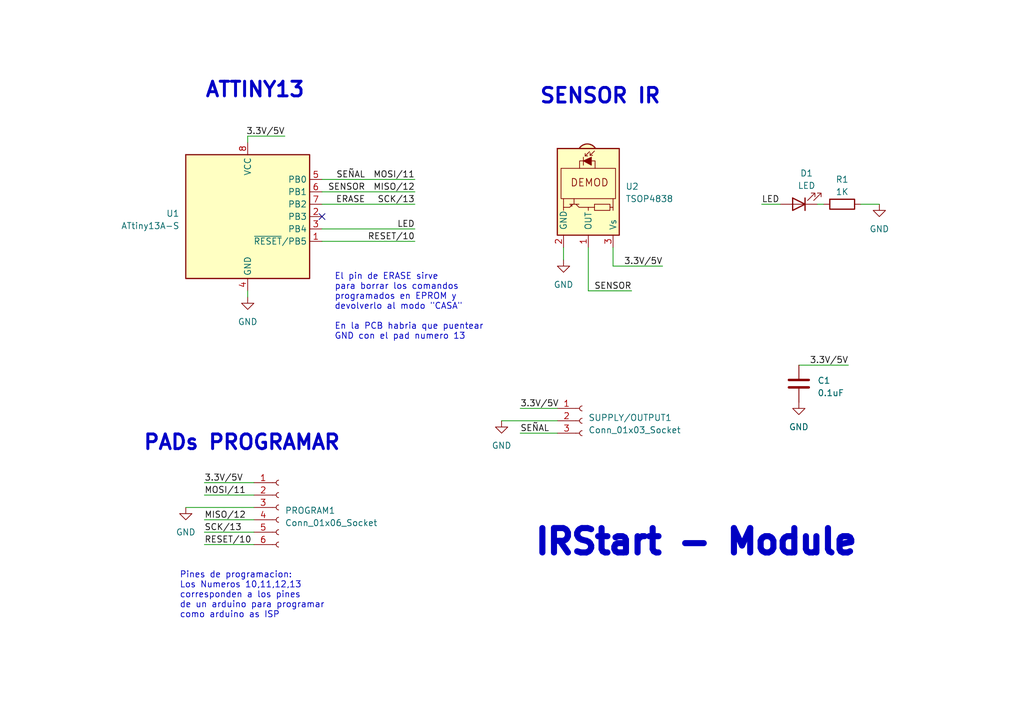
<source format=kicad_sch>
(kicad_sch (version 20230121) (generator eeschema)
  (paper "A5")
  (lib_symbols
    (symbol "Connector:Conn_01x03_Socket" (pin_names (offset 1.016) hide)
      (property "Reference" "J" (at 0 5.08 0))
      (property "Value" "Conn_01x03_Socket" (at 0 -5.08 0))
      (symbol "Conn_01x03_Socket_1_1"
        (arc (start 0 -2.032) (mid -0.5058 -2.54) (end 0 -3.048) (stroke (width 0.1524)))
        (polyline (pts (xy -1.27 -2.54) (xy -0.508 -2.54)) (stroke (width 0.1524)))
        (polyline (pts (xy -1.27 0) (xy -0.508 0)) (stroke (width 0.1524)))
        (polyline (pts (xy -1.27 2.54) (xy -0.508 2.54)) (stroke (width 0.1524)))
        (arc (start 0 0.508) (mid -0.5058 0) (end 0 -0.508) (stroke (width 0.1524)))
        (arc (start 0 3.048) (mid -0.5058 2.54) (end 0 2.032) (stroke (width 0.1524)))
        (pin passive line (at -5.08 2.54 0) (length 3.81) (name "Pin_1") (number "1"))
        (pin passive line (at -5.08 0 0) (length 3.81) (name "Pin_2") (number "2"))
        (pin passive line (at -5.08 -2.54 0) (length 3.81) (name "Pin_3") (number "3"))
      )
    )
    (symbol "Connector:Conn_01x06_Socket" (pin_names (offset 1.016) hide)
      (property "Reference" "J" (at 0 7.62 0))
      (property "Value" "Conn_01x06_Socket" (at 0 -10.16 0))
      (symbol "Conn_01x06_Socket_1_1"
        (arc (start 0 -7.112) (mid -0.5058 -7.62) (end 0 -8.128) (stroke (width 0.1524)))
        (arc (start 0 -4.572) (mid -0.5058 -5.08) (end 0 -5.588) (stroke (width 0.1524)))
        (arc (start 0 -2.032) (mid -0.5058 -2.54) (end 0 -3.048) (stroke (width 0.1524)))
        (polyline (pts (xy -1.27 -7.62) (xy -0.508 -7.62)) (stroke (width 0.1524)))
        (polyline (pts (xy -1.27 -5.08) (xy -0.508 -5.08)) (stroke (width 0.1524)))
        (polyline (pts (xy -1.27 -2.54) (xy -0.508 -2.54)) (stroke (width 0.1524)))
        (polyline (pts (xy -1.27 0) (xy -0.508 0)) (stroke (width 0.1524)))
        (polyline (pts (xy -1.27 2.54) (xy -0.508 2.54)) (stroke (width 0.1524)))
        (polyline (pts (xy -1.27 5.08) (xy -0.508 5.08)) (stroke (width 0.1524)))
        (arc (start 0 0.508) (mid -0.5058 0) (end 0 -0.508) (stroke (width 0.1524)))
        (arc (start 0 3.048) (mid -0.5058 2.54) (end 0 2.032) (stroke (width 0.1524)))
        (arc (start 0 5.588) (mid -0.5058 5.08) (end 0 4.572) (stroke (width 0.1524)))
        (pin passive line (at -5.08 5.08 0) (length 3.81) (name "Pin_1") (number "1"))
        (pin passive line (at -5.08 2.54 0) (length 3.81) (name "Pin_2") (number "2"))
        (pin passive line (at -5.08 0 0) (length 3.81) (name "Pin_3") (number "3"))
        (pin passive line (at -5.08 -2.54 0) (length 3.81) (name "Pin_4") (number "4"))
        (pin passive line (at -5.08 -5.08 0) (length 3.81) (name "Pin_5") (number "5"))
        (pin passive line (at -5.08 -7.62 0) (length 3.81) (name "Pin_6") (number "6"))
      )
    )
    (symbol "Device:C" (pin_numbers hide) (pin_names (offset 0.254))
      (property "Reference" "C" (at 0.635 2.54 0))
      (property "Value" "C" (at 0.635 -2.54 0))
      (symbol "C_0_1"
        (polyline (pts (xy -2.032 -0.762) (xy 2.032 -0.762)) (stroke (width 0.508)))
        (polyline (pts (xy -2.032 0.762) (xy 2.032 0.762)) (stroke (width 0.508)))
      )
      (symbol "C_1_1"
        (pin passive line (at 0 3.81 270) (length 2.794) (name "~") (number "1"))
        (pin passive line (at 0 -3.81 90) (length 2.794) (name "~") (number "2"))
      )
    )
    (symbol "Device:LED" (pin_numbers hide) (pin_names (offset 1.016) hide)
      (property "Reference" "D" (at 0 2.54 0))
      (property "Value" "LED" (at 0 -2.54 0))
      (symbol "LED_0_1"
        (polyline (pts (xy -1.27 -1.27) (xy -1.27 1.27)) (stroke (width 0.254)))
        (polyline (pts (xy -1.27 0) (xy 1.27 0)))
        (polyline (pts (xy 1.27 -1.27) (xy 1.27 1.27) (xy -1.27 0) (xy 1.27 -1.27)) (stroke (width 0.254)))
        (polyline (pts (xy -3.048 -0.762) (xy -4.572 -2.286) (xy -3.81 -2.286) (xy -4.572 -2.286) (xy -4.572 -1.524)))
        (polyline (pts (xy -1.778 -0.762) (xy -3.302 -2.286) (xy -2.54 -2.286) (xy -3.302 -2.286) (xy -3.302 -1.524)))
      )
      (symbol "LED_1_1"
        (pin passive line (at -3.81 0 0) (length 2.54) (name "K") (number "1"))
        (pin passive line (at 3.81 0 180) (length 2.54) (name "A") (number "2"))
      )
    )
    (symbol "Device:R" (pin_numbers hide) (pin_names (offset 0))
      (property "Reference" "R" (at 2.032 0 90))
      (property "Value" "R" (at 0 0 90))
      (symbol "R_0_1"
        (rectangle (start -1.016 -2.54) (end 1.016 2.54) (stroke (width 0.254)))
      )
      (symbol "R_1_1"
        (pin passive line (at 0 3.81 270) (length 1.27) (name "~") (number "1"))
        (pin passive line (at 0 -3.81 90) (length 1.27) (name "~") (number "2"))
      )
    )
    (symbol "Interface_Optical:TSOP45xx" (pin_names (offset 1.016))
      (property "Reference" "U" (at -10.16 7.62 0))
      (property "Value" "TSOP45xx" (at -10.16 -7.62 0))
      (symbol "TSOP45xx_0_0"
        (arc (start -10.287 1.397) (mid -11.0899 -0.1852) (end -10.287 -1.778) (stroke (width 0.254)) (fill (type background)))
        (polyline (pts (xy 1.905 -5.08) (xy 0.127 -5.08)))
        (polyline (pts (xy 1.905 5.08) (xy 0.127 5.08)))
        (text "DEMOD" (at -3.175 0.254 900) (effects (font (size 1.524 1.524))))
      )
      (symbol "TSOP45xx_0_1"
        (rectangle (start -6.096 5.588) (end 0.127 -5.588))
        (polyline (pts (xy -8.763 0.381) (xy -9.652 1.27)))
        (polyline (pts (xy -8.763 0.381) (xy -9.271 0.381)))
        (polyline (pts (xy -8.763 0.381) (xy -8.763 0.889)))
        (polyline (pts (xy -8.636 -0.635) (xy -9.525 0.254)))
        (polyline (pts (xy -8.636 -0.635) (xy -9.144 -0.635)))
        (polyline (pts (xy -8.636 -0.635) (xy -8.636 -0.127)))
        (polyline (pts (xy -8.382 -1.016) (xy -6.731 -1.016)))
        (polyline (pts (xy 1.27 -2.921) (xy 0.127 -2.921)))
        (polyline (pts (xy 1.27 -1.905) (xy 1.27 -3.81)))
        (polyline (pts (xy 1.397 -3.556) (xy 1.524 -3.556)))
        (polyline (pts (xy 1.651 -3.556) (xy 1.524 -3.556)))
        (polyline (pts (xy 1.651 -3.556) (xy 1.651 -3.302)))
        (polyline (pts (xy 1.905 0) (xy 1.905 1.27)))
        (polyline (pts (xy 1.905 4.445) (xy 1.905 5.08) (xy 2.54 5.08)))
        (polyline (pts (xy -8.382 0.635) (xy -6.731 0.635) (xy -7.62 -1.016) (xy -8.382 0.635)) (fill (type outline)))
        (polyline (pts (xy -6.096 1.397) (xy -7.62 1.397) (xy -7.62 -1.778) (xy -6.096 -1.778)))
        (polyline (pts (xy 1.27 -3.175) (xy 1.905 -3.81) (xy 1.905 -5.08) (xy 2.54 -5.08)))
        (polyline (pts (xy 1.27 -2.54) (xy 1.905 -1.905) (xy 1.905 0) (xy 2.54 0)))
        (rectangle (start 2.54 1.27) (end 1.27 4.445))
        (rectangle (start 7.62 6.35) (end -10.16 -6.35) (stroke (width 0.254)) (fill (type background)))
      )
      (symbol "TSOP45xx_1_1"
        (pin output line (at 10.16 0 180) (length 2.54) (name "OUT") (number "1"))
        (pin power_in line (at 10.16 -5.08 180) (length 2.54) (name "GND") (number "2"))
        (pin power_in line (at 10.16 5.08 180) (length 2.54) (name "Vs") (number "3"))
      )
    )
    (symbol "MCU_Microchip_ATtiny:ATtiny13A-S"
      (property "Reference" "U" (at -12.7 13.97 0))
      (property "Value" "ATtiny13A-S" (at 2.54 -13.97 0))
      (symbol "ATtiny13A-S_0_1"
        (rectangle (start -12.7 -12.7) (end 12.7 12.7) (stroke (width 0.254)) (fill (type background)))
      )
      (symbol "ATtiny13A-S_1_1"
        (pin bidirectional line (at 15.24 -5.08 180) (length 2.54) (name "~{RESET}/PB5") (number "1"))
        (pin bidirectional line (at 15.24 0 180) (length 2.54) (name "PB3") (number "2"))
        (pin bidirectional line (at 15.24 -2.54 180) (length 2.54) (name "PB4") (number "3"))
        (pin power_in line (at 0 -15.24 90) (length 2.54) (name "GND") (number "4"))
        (pin bidirectional line (at 15.24 7.62 180) (length 2.54) (name "PB0") (number "5"))
        (pin bidirectional line (at 15.24 5.08 180) (length 2.54) (name "PB1") (number "6"))
        (pin bidirectional line (at 15.24 2.54 180) (length 2.54) (name "PB2") (number "7"))
        (pin power_in line (at 0 15.24 270) (length 2.54) (name "VCC") (number "8"))
      )
    )
    (symbol "power:GND" (power) (pin_names (offset 0))
      (property "Value" "GND" (at 0 -3.81 0))
      (symbol "GND_0_1"
        (polyline (pts (xy 0 0) (xy 0 -1.27) (xy 1.27 -1.27) (xy 0 -2.54) (xy -1.27 -1.27) (xy 0 -1.27)))
      )
      (symbol "GND_1_1"
        (pin power_in line (at 0 0 270) (length 0) hide (name "GND") (number "1"))
      )
    )
  )
  (no_connect (at 66.04 44.45))
  (wire (pts (xy 58.42 27.94) (xy 50.8 27.94)))
  (wire (pts (xy 120.65 59.69) (xy 129.54 59.69)))
  (wire (pts (xy 102.87 86.36) (xy 114.3 86.36)))
  (wire (pts (xy 167.64 41.91) (xy 168.91 41.91)))
  (wire (pts (xy 50.8 59.69) (xy 50.8 60.96)))
  (wire (pts (xy 66.04 41.91) (xy 85.09 41.91)))
  (wire (pts (xy 41.91 111.76) (xy 52.07 111.76)))
  (wire (pts (xy 114.3 83.82) (xy 106.68 83.82)))
  (wire (pts (xy 125.73 50.8) (xy 125.73 54.61)))
  (wire (pts (xy 66.04 39.37) (xy 85.09 39.37)))
  (wire (pts (xy 50.8 27.94) (xy 50.8 29.21)))
  (wire (pts (xy 176.53 41.91) (xy 180.34 41.91)))
  (wire (pts (xy 41.91 109.22) (xy 52.07 109.22)))
  (wire (pts (xy 156.21 41.91) (xy 160.02 41.91)))
  (wire (pts (xy 115.57 50.8) (xy 115.57 53.34)))
  (wire (pts (xy 38.1 104.14) (xy 52.07 104.14)))
  (wire (pts (xy 163.83 74.93) (xy 173.99 74.93)))
  (wire (pts (xy 41.91 99.06) (xy 52.07 99.06)))
  (wire (pts (xy 66.04 46.99) (xy 85.09 46.99)))
  (wire (pts (xy 41.91 101.6) (xy 52.07 101.6)))
  (wire (pts (xy 66.04 36.83) (xy 85.09 36.83)))
  (wire (pts (xy 106.68 88.9) (xy 114.3 88.9)))
  (wire (pts (xy 66.04 49.53) (xy 85.09 49.53)))
  (wire (pts (xy 41.91 106.68) (xy 52.07 106.68)))
  (wire (pts (xy 120.65 50.8) (xy 120.65 59.69)))
  (wire (pts (xy 125.73 54.61) (xy 135.89 54.61)))
  (text "SENSOR IR" (at 110.49 21.59 0) (effects (font (size 3 3) (thickness 0.6) bold) (justify left bottom)))
  (text "PADs PROGRAMAR" (at 29.21 92.71 0) (effects (font (size 3 3) (thickness 0.6) bold) (justify left bottom)))
  (text "El pin de ERASE sirve\npara borrar los comandos \nprogramados en EPROM y \ndevolverlo al modo \"CASA\"\n\nEn la PCB habria que puentear\nGND con el pad numero 13" (at 68.58 69.85 0) (effects (font (size 1.27 1.27)) (justify left bottom)))
  (text "ATTINY13" (at 41.91 20.32 0) (effects (font (size 3 3) (thickness 0.6) bold) (justify left bottom)))
  (text "IRStart - Module" (at 109.22 114.3 0) (effects (font (size 5 5) (thickness 1.6) bold) (justify left bottom)))
  (text "Pines de programacion:\nLos Numeros 10,11,12,13\ncorresponden a los pines \nde un arduino para programar \ncomo arduino as ISP" (at 36.83 127 0) (effects (font (size 1.27 1.27)) (justify left bottom)))
  (label "MISO{slash}12" (at 85.09 39.37 180))
  (label "3.3V{slash}5V" (at 106.68 83.82 0))
  (label "SENSOR" (at 129.54 59.69 180))
  (label "SEÑAL" (at 74.93 36.83 180))
  (label "3.3V{slash}5V" (at 41.91 99.06 0))
  (label "SEÑAL" (at 106.68 88.9 0))
  (label "MOSI{slash}11" (at 41.91 101.6 0))
  (label "3.3V{slash}5V" (at 173.99 74.93 180))
  (label "SCK{slash}13" (at 85.09 41.91 180))
  (label "3.3V{slash}5V" (at 135.89 54.61 180))
  (label "MISO{slash}12" (at 41.91 106.68 0))
  (label "RESET{slash}10" (at 41.91 111.76 0))
  (label "3.3V{slash}5V" (at 58.42 27.94 180))
  (label "RESET{slash}10" (at 85.09 49.53 180))
  (label "ERASE" (at 74.93 41.91 180))
  (label "LED" (at 85.09 46.99 180))
  (label "MOSI{slash}11" (at 85.09 36.83 180))
  (label "SCK{slash}13" (at 41.91 109.22 0))
  (label "LED" (at 156.21 41.91 0))
  (label "SENSOR" (at 74.93 39.37 180))
  (symbol (lib_id "power:GND") (at 163.83 82.55 0) (unit 1)
    (property "Reference" "#PWR03" (effects hide))
    (property "Value" "GND" (at 163.83 87.63 0))
  )
  (symbol (lib_id "Device:LED") (at 163.83 41.91 180) (unit 1)
    (property "Reference" "D1" (at 165.4175 35.56 0))
    (property "Value" "LED" (at 165.4175 38.1 0))
    (property "Footprint" "LED_SMD:LED_0805_2012Metric" (effects hide))
  )
  (symbol (lib_id "power:GND") (at 115.57 53.34 0) (unit 1)
    (property "Reference" "#PWR02" (effects hide))
    (property "Value" "GND" (at 115.57 58.42 0))
  )
  (symbol (lib_id "Device:R") (at 172.72 41.91 90) (unit 1)
    (property "Reference" "R1" (at 172.72 36.83 90))
    (property "Value" "1K" (at 172.72 39.37 90))
    (property "Footprint" "Resistor_SMD:R_0805_2012Metric" (effects hide))
  )
  (symbol (lib_id "MCU_Microchip_ATtiny:ATtiny13A-S") (at 50.8 44.45 0) (unit 1)
    (property "Reference" "U1" (at 36.83 43.815 0) (effects (justify right)))
    (property "Value" "ATtiny13A-S" (at 36.83 46.355 0) (effects (justify right)))
    (property "Footprint" "custom_footprints:SOP8" (effects hide))
    (property "Datasheet" "http://ww1.microchip.com/downloads/en/DeviceDoc/doc8126.pdf" (effects hide))
    (property "Aliexpress" "https://es.aliexpress.com/item/1005006220225961.html" (effects hide))
  )
  (symbol (lib_id "Connector:Conn_01x06_Socket") (at 57.15 104.14 0) (unit 1)
    (property "Reference" "PROGRAM1" (at 58.42 104.775 0) (effects (justify left)))
    (property "Value" "Conn_01x06_Socket" (at 58.42 107.315 0) (effects (justify left)))
    (property "Footprint" "custom_footprints:Program_pads" (effects hide))
  )
  (symbol (lib_id "Device:C") (at 163.83 78.74 0) (unit 1)
    (property "Reference" "C1" (at 167.64 78.105 0) (effects (justify left)))
    (property "Value" "0.1uF" (at 167.64 80.645 0) (effects (justify left)))
    (property "Footprint" "Capacitor_SMD:C_0402_1005Metric_Pad0.74x0.62mm_HandSolder" (effects hide))
  )
  (symbol (lib_id "Connector:Conn_01x03_Socket") (at 119.38 86.36 0) (unit 1)
    (property "Reference" "SUPPLY/OUTPUT1" (at 120.65 85.725 0) (effects (justify left)))
    (property "Value" "Conn_01x03_Socket" (at 120.65 88.265 0) (effects (justify left)))
    (property "Footprint" "Connector_PinSocket_2.54mm:PinSocket_1x03_P2.54mm_Vertical" (effects hide))
  )
  (symbol (lib_id "power:GND") (at 38.1 104.14 0) (unit 1)
    (property "Reference" "#PWR04" (effects hide))
    (property "Value" "GND" (at 38.1 109.22 0))
  )
  (symbol (lib_id "power:GND") (at 102.87 86.36 0) (unit 1)
    (property "Reference" "#PWR07" (effects hide))
    (property "Value" "GND" (at 102.87 91.44 0))
  )
  (symbol (lib_id "power:GND") (at 180.34 41.91 0) (unit 1)
    (property "Reference" "#PWR05" (effects hide))
    (property "Value" "GND" (at 180.34 46.99 0))
  )
  (symbol (lib_id "Interface_Optical:TSOP45xx") (at 120.65 40.64 270) (unit 1)
    (property "Reference" "U2" (at 128.27 38.27 90) (effects (justify left)))
    (property "Value" "TSOP4838" (at 128.27 40.81 90) (effects (justify left)))
    (property "Footprint" "OptoDevice:Vishay_MOLD-3Pin" (effects hide))
    (property "Datasheet" "http://www.vishay.com/docs/82460/tsop45.pdf" (effects hide))
    (property "Aliexpress" "https://es.aliexpress.com/item/1005005779308163.html" (effects hide))
  )
  (symbol (lib_id "power:GND") (at 50.8 60.96 0) (unit 1)
    (property "Reference" "#PWR01" (effects hide))
    (property "Value" "GND" (at 50.8 66.04 0))
  )
)
</source>
